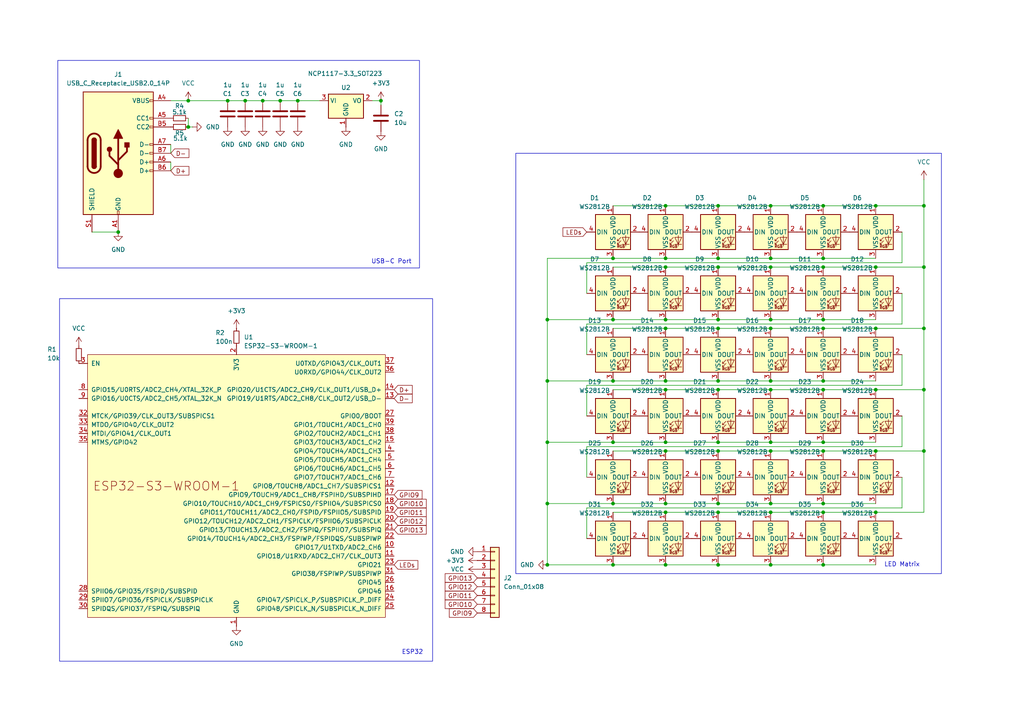
<source format=kicad_sch>
(kicad_sch (version 20241004) (generator "eeschema") (generator_version "8.99")
  (paper "A4")
  (lib_symbols
    (symbol "Connector:USB_C_Receptacle_USB2.0_14P" (pin_names (offset 1.016))
      (property "Reference" "J" (at 0 22.225 0))
      (property "Value" "USB_C_Receptacle_USB2.0_14P" (at 0 19.685 0))
      (symbol "USB_C_Receptacle_USB2.0_14P_0_0"
        (rectangle (start -0.254 -17.78) (end 0.254 -16.764))
        (rectangle (start 10.16 15.494) (end 9.144 14.986))
        (rectangle (start 10.16 10.414) (end 9.144 9.906))
        (rectangle (start 10.16 7.874) (end 9.144 7.366))
        (rectangle (start 10.16 2.794) (end 9.144 2.286))
        (rectangle (start 10.16 0.254) (end 9.144 -0.254))
        (rectangle (start 10.16 -2.286) (end 9.144 -2.794))
        (rectangle (start 10.16 -4.826) (end 9.144 -5.334))
      )
      (symbol "USB_C_Receptacle_USB2.0_14P_0_1"
        (rectangle (start -10.16 17.78) (end 10.16 -17.78) (stroke (width 0.254)) (fill (type background)))
        (polyline (pts (xy -8.89 -3.81) (xy -8.89 3.81)) (stroke (width 0.508)))
        (rectangle (start -7.62 -3.81) (end -6.35 3.81) (stroke (width 0.254)) (fill (type outline)))
        (arc (start -7.62 3.81) (mid -6.985 4.4423) (end -6.35 3.81) (stroke (width 0.254)))
        (arc (start -7.62 3.81) (mid -6.985 4.4423) (end -6.35 3.81) (stroke (width 0.254)) (fill (type outline)))
        (arc (start -8.89 3.81) (mid -6.985 5.7067) (end -5.08 3.81) (stroke (width 0.508)))
        (arc (start -5.08 -3.81) (mid -6.985 -5.7067) (end -8.89 -3.81) (stroke (width 0.508)))
        (arc (start -6.35 -3.81) (mid -6.985 -4.4423) (end -7.62 -3.81) (stroke (width 0.254)))
        (arc (start -6.35 -3.81) (mid -6.985 -4.4423) (end -7.62 -3.81) (stroke (width 0.254)) (fill (type outline)))
        (polyline (pts (xy -5.08 3.81) (xy -5.08 -3.81)) (stroke (width 0.508)))
        (circle (center -2.54 1.143) (radius 0.635) (stroke (width 0.254)) (fill (type outline)))
        (polyline (pts (xy -1.27 4.318) (xy 0 6.858) (xy 1.27 4.318) (xy -1.27 4.318)) (stroke (width 0.254)) (fill (type outline)))
        (polyline (pts (xy 0 -2.032) (xy 2.54 0.508) (xy 2.54 1.778)) (stroke (width 0.508)))
        (polyline (pts (xy 0 -3.302) (xy -2.54 -0.762) (xy -2.54 0.508)) (stroke (width 0.508)))
        (polyline (pts (xy 0 -5.842) (xy 0 4.318)) (stroke (width 0.508)))
        (circle (center 0 -5.842) (radius 1.27) (fill (type outline)))
        (rectangle (start 1.905 1.778) (end 3.175 3.048) (stroke (width 0.254)) (fill (type outline)))
      )
      (symbol "USB_C_Receptacle_USB2.0_14P_1_1"
        (pin passive line (at -7.62 -22.86 90) (length 5.08) (name "SHIELD") (number "S1"))
        (pin passive line (at 0 -22.86 90) (length 5.08) (name "GND") (number "A1"))
        (pin passive line (at 0 -22.86 90) (length 5.08) (hide yes) (name "GND") (number "A12"))
        (pin passive line (at 0 -22.86 90) (length 5.08) (hide yes) (name "GND") (number "B1"))
        (pin passive line (at 0 -22.86 90) (length 5.08) (hide yes) (name "GND") (number "B12"))
        (pin passive line (at 15.24 15.24 180) (length 5.08) (name "VBUS") (number "A4"))
        (pin passive line (at 15.24 15.24 180) (length 5.08) (hide yes) (name "VBUS") (number "A9"))
        (pin passive line (at 15.24 15.24 180) (length 5.08) (hide yes) (name "VBUS") (number "B4"))
        (pin passive line (at 15.24 15.24 180) (length 5.08) (hide yes) (name "VBUS") (number "B9"))
        (pin bidirectional line (at 15.24 10.16 180) (length 5.08) (name "CC1") (number "A5"))
        (pin bidirectional line (at 15.24 7.62 180) (length 5.08) (name "CC2") (number "B5"))
        (pin bidirectional line (at 15.24 2.54 180) (length 5.08) (name "D-") (number "A7"))
        (pin bidirectional line (at 15.24 0 180) (length 5.08) (name "D-") (number "B7"))
        (pin bidirectional line (at 15.24 -2.54 180) (length 5.08) (name "D+") (number "A6"))
        (pin bidirectional line (at 15.24 -5.08 180) (length 5.08) (name "D+") (number "B6"))
      )
    )
    (symbol "Connector_Generic:Conn_01x08" (pin_names (offset 1.016) (hide yes))
      (property "Reference" "J" (at 0 10.16 0))
      (property "Value" "Conn_01x08" (at 0 -12.7 0))
      (symbol "Conn_01x08_1_1"
        (rectangle (start -1.27 8.89) (end 1.27 -11.43) (stroke (width 0.254)) (fill (type background)))
        (rectangle (start -1.27 7.747) (end 0 7.493) (stroke (width 0.1524)))
        (rectangle (start -1.27 5.207) (end 0 4.953) (stroke (width 0.1524)))
        (rectangle (start -1.27 2.667) (end 0 2.413) (stroke (width 0.1524)))
        (rectangle (start -1.27 0.127) (end 0 -0.127) (stroke (width 0.1524)))
        (rectangle (start -1.27 -2.413) (end 0 -2.667) (stroke (width 0.1524)))
        (rectangle (start -1.27 -4.953) (end 0 -5.207) (stroke (width 0.1524)))
        (rectangle (start -1.27 -7.493) (end 0 -7.747) (stroke (width 0.1524)))
        (rectangle (start -1.27 -10.033) (end 0 -10.287) (stroke (width 0.1524)))
        (pin passive line (at -5.08 7.62 0) (length 3.81) (name "Pin_1") (number "1"))
        (pin passive line (at -5.08 5.08 0) (length 3.81) (name "Pin_2") (number "2"))
        (pin passive line (at -5.08 2.54 0) (length 3.81) (name "Pin_3") (number "3"))
        (pin passive line (at -5.08 0 0) (length 3.81) (name "Pin_4") (number "4"))
        (pin passive line (at -5.08 -2.54 0) (length 3.81) (name "Pin_5") (number "5"))
        (pin passive line (at -5.08 -5.08 0) (length 3.81) (name "Pin_6") (number "6"))
        (pin passive line (at -5.08 -7.62 0) (length 3.81) (name "Pin_7") (number "7"))
        (pin passive line (at -5.08 -10.16 0) (length 3.81) (name "Pin_8") (number "8"))
      )
    )
    (symbol "Device:C" (pin_numbers (hide yes)) (pin_names (offset 0.254))
      (property "Reference" "C" (at 0.635 2.54 0))
      (property "Value" "C" (at 0.635 -2.54 0))
      (symbol "C_0_1"
        (polyline (pts (xy -2.032 0.762) (xy 2.032 0.762)) (stroke (width 0.508)))
        (polyline (pts (xy -2.032 -0.762) (xy 2.032 -0.762)) (stroke (width 0.508)))
      )
      (symbol "C_1_1"
        (pin passive line (at 0 3.81 270) (length 2.794) (name "~") (number "1"))
        (pin passive line (at 0 -3.81 90) (length 2.794) (name "~") (number "2"))
      )
    )
    (symbol "Device:R_Small" (pin_numbers (hide yes)) (pin_names (offset 0.254) (hide yes))
      (property "Reference" "R" (at 0.762 0.508 0))
      (property "Value" "R_Small" (at 0.762 -1.016 0))
      (symbol "R_Small_0_1"
        (rectangle (start -0.762 1.778) (end 0.762 -1.778) (stroke (width 0.2032)))
      )
      (symbol "R_Small_1_1"
        (pin passive line (at 0 2.54 270) (length 0.762) (name "~") (number "1"))
        (pin passive line (at 0 -2.54 90) (length 0.762) (name "~") (number "2"))
      )
    )
    (symbol "LED:WS2812B" (pin_names (offset 0.254))
      (property "Reference" "D" (at 5.08 5.715 0))
      (property "Value" "WS2812B" (at 1.27 -5.715 0))
      (symbol "WS2812B_0_0"
        (text "RGB" (at 2.286 -4.191 0) (effects (font (size 0.762 0.762))))
      )
      (symbol "WS2812B_0_1"
        (polyline (pts (xy 1.27 -2.54) (xy 1.778 -2.54)))
        (polyline (pts (xy 1.27 -3.556) (xy 1.778 -3.556)))
        (polyline (pts (xy 2.286 -1.524) (xy 1.27 -2.54) (xy 1.27 -2.032)))
        (polyline (pts (xy 2.286 -2.54) (xy 1.27 -3.556) (xy 1.27 -3.048)))
        (polyline (pts (xy 3.683 -1.016) (xy 3.683 -3.556) (xy 3.683 -4.064)))
        (polyline (pts (xy 4.699 -1.524) (xy 2.667 -1.524) (xy 3.683 -3.556) (xy 4.699 -1.524)))
        (polyline (pts (xy 4.699 -3.556) (xy 2.667 -3.556)))
        (rectangle (start 5.08 5.08) (end -5.08 -5.08) (stroke (width 0.254)) (fill (type background)))
      )
      (symbol "WS2812B_1_1"
        (pin input line (at -7.62 0 0) (length 2.54) (name "DIN") (number "4"))
        (pin power_in line (at 0 7.62 270) (length 2.54) (name "VDD") (number "1"))
        (pin power_in line (at 0 -7.62 90) (length 2.54) (name "VSS") (number "3"))
        (pin output line (at 7.62 0 180) (length 2.54) (name "DOUT") (number "2"))
      )
    )
    (symbol "PCM_Espressif:ESP32-S3-WROOM-1" (pin_names (offset 1.016))
      (property "Reference" "U" (at -43.18 43.18 0))
      (property "Value" "ESP32-S3-WROOM-1" (at -43.18 40.64 0))
      (symbol "ESP32-S3-WROOM-1_0_0"
        (text "ESP32-S3-WROOM-1" (at -20.32 0 0) (effects (font (size 2.54 2.54))))
        (pin input line (at -45.72 35.56 0) (length 2.54) (name "EN") (number "3"))
        (pin bidirectional line (at -45.72 27.94 0) (length 2.54) (name "GPIO15/U0RTS/ADC2_CH4/XTAL_32K_P") (number "8"))
        (pin bidirectional line (at -45.72 25.4 0) (length 2.54) (name "GPIO16/U0CTS/ADC2_CH5/XTAL_32K_N") (number "9"))
        (pin bidirectional line (at -45.72 20.32 0) (length 2.54) (name "MTCK/GPIO39/CLK_OUT3/SUBSPICS1") (number "32"))
        (pin bidirectional line (at -45.72 17.78 0) (length 2.54) (name "MTDO/GPIO40/CLK_OUT2") (number "33"))
        (pin bidirectional line (at -45.72 15.24 0) (length 2.54) (name "MTDI/GPIO41/CLK_OUT1") (number "34"))
        (pin bidirectional line (at -45.72 12.7 0) (length 2.54) (name "MTMS/GPIO42") (number "35"))
        (pin bidirectional line (at -45.72 -30.48 0) (length 2.54) (name "SPIIO6/GPIO35/FSPID/SUBSPID") (number "28"))
        (pin bidirectional line (at -45.72 -33.02 0) (length 2.54) (name "SPIIO7/GPIO36/FSPICLK/SUBSPICLK") (number "29"))
        (pin bidirectional line (at -45.72 -35.56 0) (length 2.54) (name "SPIDQS/GPIO37/FSPIQ/SUBSPIQ") (number "30"))
        (pin power_in line (at 0 40.64 270) (length 2.54) (name "3V3") (number "2"))
        (pin power_in line (at 0 -40.64 90) (length 2.54) (name "GND") (number "1"))
        (pin passive line (at 0 -40.64 90) (length 2.54) (hide yes) (name "GND") (number "40"))
        (pin passive line (at 0 -40.64 90) (length 2.54) (hide yes) (name "GND") (number "41"))
        (pin bidirectional line (at 45.72 35.56 180) (length 2.54) (name "U0TXD/GPIO43/CLK_OUT1") (number "37"))
        (pin bidirectional line (at 45.72 33.02 180) (length 2.54) (name "U0RXD/GPIO44/CLK_OUT2") (number "36"))
        (pin bidirectional line (at 45.72 27.94 180) (length 2.54) (name "GPIO20/U1CTS/ADC2_CH9/CLK_OUT1/USB_D+") (number "14"))
        (pin bidirectional line (at 45.72 25.4 180) (length 2.54) (name "GPIO19/U1RTS/ADC2_CH8/CLK_OUT2/USB_D-") (number "13"))
        (pin bidirectional line (at 45.72 20.32 180) (length 2.54) (name "GPIO0/BOOT") (number "27"))
        (pin bidirectional line (at 45.72 17.78 180) (length 2.54) (name "GPIO1/TOUCH1/ADC1_CH0") (number "39"))
        (pin bidirectional line (at 45.72 15.24 180) (length 2.54) (name "GPIO2/TOUCH2/ADC1_CH1") (number "38"))
        (pin bidirectional line (at 45.72 12.7 180) (length 2.54) (name "GPIO3/TOUCH3/ADC1_CH2") (number "15"))
        (pin bidirectional line (at 45.72 10.16 180) (length 2.54) (name "GPIO4/TOUCH4/ADC1_CH3") (number "4"))
        (pin bidirectional line (at 45.72 7.62 180) (length 2.54) (name "GPIO5/TOUCH5/ADC1_CH4") (number "5"))
        (pin bidirectional line (at 45.72 5.08 180) (length 2.54) (name "GPIO6/TOUCH6/ADC1_CH5") (number "6"))
        (pin bidirectional line (at 45.72 2.54 180) (length 2.54) (name "GPIO7/TOUCH7/ADC1_CH6") (number "7"))
        (pin bidirectional line (at 45.72 0 180) (length 2.54) (name "GPIO8/TOUCH8/ADC1_CH7/SUBSPICS1") (number "12"))
        (pin bidirectional line (at 45.72 -2.54 180) (length 2.54) (name "GPIO9/TOUCH9/ADC1_CH8/FSPIHD/SUBSPIHD") (number "17"))
        (pin bidirectional line (at 45.72 -5.08 180) (length 2.54) (name "GPIO10/TOUCH10/ADC1_CH9/FSPICS0/FSPIIO4/SUBSPICS0") (number "18"))
        (pin bidirectional line (at 45.72 -7.62 180) (length 2.54) (name "GPIO11/TOUCH11/ADC2_CH0/FSPID/FSPIIO5/SUBSPID") (number "19"))
        (pin bidirectional line (at 45.72 -10.16 180) (length 2.54) (name "GPIO12/TOUCH12/ADC2_CH1/FSPICLK/FSPIIO6/SUBSPICLK") (number "20"))
        (pin bidirectional line (at 45.72 -12.7 180) (length 2.54) (name "GPIO13/TOUCH13/ADC2_CH2/FSPIQ/FSPIIO7/SUBSPIQ") (number "21"))
        (pin bidirectional line (at 45.72 -15.24 180) (length 2.54) (name "GPIO14/TOUCH14/ADC2_CH3/FSPIWP/FSPIDQS/SUBSPIWP") (number "22"))
        (pin bidirectional line (at 45.72 -17.78 180) (length 2.54) (name "GPIO17/U1TXD/ADC2_CH6") (number "10"))
        (pin bidirectional line (at 45.72 -20.32 180) (length 2.54) (name "GPIO18/U1RXD/ADC2_CH7/CLK_OUT3") (number "11"))
        (pin bidirectional line (at 45.72 -22.86 180) (length 2.54) (name "GPIO21") (number "23"))
        (pin bidirectional line (at 45.72 -25.4 180) (length 2.54) (name "GPIO38/FSPIWP/SUBSPIWP") (number "31"))
        (pin bidirectional line (at 45.72 -27.94 180) (length 2.54) (name "GPIO45") (number "26"))
        (pin bidirectional line (at 45.72 -30.48 180) (length 2.54) (name "GPIO46") (number "16"))
        (pin bidirectional line (at 45.72 -33.02 180) (length 2.54) (name "GPIO47/SPICLK_P/SUBSPICLK_P_DIFF") (number "24"))
        (pin bidirectional line (at 45.72 -35.56 180) (length 2.54) (name "GPIO48/SPICLK_N/SUBSPICLK_N_DIFF") (number "25"))
      )
      (symbol "ESP32-S3-WROOM-1_0_1"
        (rectangle (start -43.18 38.1) (end 43.18 -38.1) (fill (type background)))
      )
    )
    (symbol "Regulator_Linear:NCP1117-3.3_SOT223"
      (property "Reference" "U" (at -3.81 3.175 0))
      (property "Value" "NCP1117-3.3_SOT223" (at 0 3.175 0))
      (symbol "NCP1117-3.3_SOT223_0_1"
        (rectangle (start -5.08 -5.08) (end 5.08 1.905) (stroke (width 0.254)) (fill (type background)))
      )
      (symbol "NCP1117-3.3_SOT223_1_1"
        (pin power_in line (at -7.62 0 0) (length 2.54) (name "VI") (number "3"))
        (pin power_in line (at 0 -7.62 90) (length 2.54) (name "GND") (number "1"))
        (pin power_out line (at 7.62 0 180) (length 2.54) (name "VO") (number "2"))
      )
    )
    (symbol "power:+3V3" (power) (pin_numbers (hide yes)) (pin_names (offset 0) (hide yes))
      (property "Value" "+3V3" (at 0 3.556 0))
      (symbol "+3V3_0_1"
        (polyline (pts (xy -0.762 1.27) (xy 0 2.54)))
        (polyline (pts (xy 0 2.54) (xy 0.762 1.27)))
        (polyline (pts (xy 0 0) (xy 0 2.54)))
      )
      (symbol "+3V3_1_1"
        (pin power_in line (at 0 0 90) (length 0) (name "~") (number "1"))
      )
    )
    (symbol "power:GND" (power) (pin_numbers (hide yes)) (pin_names (offset 0) (hide yes))
      (property "Value" "GND" (at 0 -3.81 0))
      (symbol "GND_0_1"
        (polyline (pts (xy 0 0) (xy 0 -1.27) (xy 1.27 -1.27) (xy 0 -2.54) (xy -1.27 -1.27) (xy 0 -1.27)))
      )
      (symbol "GND_1_1"
        (pin power_in line (at 0 0 270) (length 0) (name "~") (number "1"))
      )
    )
    (symbol "power:VCC" (power) (pin_numbers (hide yes)) (pin_names (offset 0) (hide yes))
      (property "Value" "VCC" (at 0 3.556 0))
      (symbol "VCC_0_1"
        (polyline (pts (xy -0.762 1.27) (xy 0 2.54)))
        (polyline (pts (xy 0 2.54) (xy 0.762 1.27)))
        (polyline (pts (xy 0 0) (xy 0 2.54)))
      )
      (symbol "VCC_1_1"
        (pin power_in line (at 0 0 90) (length 0) (name "~") (number "1"))
      )
    )
  )
  (rectangle (start 149.606 44.45) (end 273.05 166.37))
  (rectangle (start 17.272 86.614) (end 125.476 191.77))
  (rectangle (start 16.764 17.526) (end 121.666 77.724))
  (text "USB-C Port" (at 113.538 75.946 0) (effects (font (size 1.27 1.27))))
  (text "LED Matrix" (at 261.62 163.83 0) (effects (font (size 1.27 1.27))))
  (text "ESP32" (at 119.634 189.23 0) (effects (font (size 1.27 1.27))))
  (junction (at 223.52 59.69))
  (junction (at 193.04 128.27))
  (junction (at 208.28 74.93))
  (junction (at 193.04 163.83))
  (junction (at 110.49 29.21))
  (junction (at 193.04 74.93))
  (junction (at 208.28 146.05))
  (junction (at 71.12 29.21))
  (junction (at 238.76 128.27))
  (junction (at 81.28 29.21))
  (junction (at 193.04 148.59))
  (junction (at 158.75 146.05))
  (junction (at 193.04 92.71))
  (junction (at 238.76 146.05))
  (junction (at 267.97 77.47))
  (junction (at 193.04 113.03))
  (junction (at 86.36 29.21))
  (junction (at 76.2 29.21))
  (junction (at 208.28 95.25))
  (junction (at 223.52 130.81))
  (junction (at 267.97 95.25))
  (junction (at 254 77.47))
  (junction (at 223.52 110.49))
  (junction (at 208.28 59.69))
  (junction (at 208.28 110.49))
  (junction (at 238.76 148.59))
  (junction (at 223.52 128.27))
  (junction (at 254 59.69))
  (junction (at 193.04 59.69))
  (junction (at 223.52 74.93))
  (junction (at 223.52 148.59))
  (junction (at 193.04 130.81))
  (junction (at 254 113.03))
  (junction (at 223.52 113.03))
  (junction (at 193.04 110.49))
  (junction (at 238.76 74.93))
  (junction (at 193.04 95.25))
  (junction (at 208.28 113.03))
  (junction (at 223.52 92.71))
  (junction (at 177.8 146.05))
  (junction (at 177.8 110.49))
  (junction (at 208.28 92.71))
  (junction (at 254 130.81))
  (junction (at 177.8 92.71))
  (junction (at 54.61 29.21))
  (junction (at 238.76 95.25))
  (junction (at 193.04 146.05))
  (junction (at 34.29 67.31))
  (junction (at 267.97 59.69))
  (junction (at 238.76 77.47))
  (junction (at 208.28 163.83))
  (junction (at 193.04 77.47))
  (junction (at 158.75 128.27))
  (junction (at 177.8 128.27))
  (junction (at 54.61 36.83))
  (junction (at 208.28 130.81))
  (junction (at 158.75 92.71))
  (junction (at 267.97 113.03))
  (junction (at 208.28 148.59))
  (junction (at 223.52 95.25))
  (junction (at 238.76 92.71))
  (junction (at 254 148.59))
  (junction (at 208.28 77.47))
  (junction (at 238.76 113.03))
  (junction (at 208.28 128.27))
  (junction (at 66.04 29.21))
  (junction (at 177.8 163.83))
  (junction (at 158.75 163.83))
  (junction (at 238.76 59.69))
  (junction (at 238.76 163.83))
  (junction (at 223.52 77.47))
  (junction (at 223.52 146.05))
  (junction (at 223.52 163.83))
  (junction (at 238.76 110.49))
  (junction (at 267.97 130.81))
  (junction (at 177.8 74.93))
  (junction (at 158.75 110.49))
  (junction (at 238.76 130.81))
  (junction (at 254 95.25))
  (wire (pts (xy 238.76 95.25) (xy 254 95.25)))
  (wire (pts (xy 254 92.71) (xy 238.76 92.71)))
  (wire (pts (xy 261.62 147.32) (xy 170.18 147.32)))
  (wire (pts (xy 49.53 29.21) (xy 54.61 29.21)))
  (wire (pts (xy 238.76 110.49) (xy 223.52 110.49)))
  (wire (pts (xy 193.04 148.59) (xy 208.28 148.59)))
  (wire (pts (xy 267.97 148.59) (xy 267.97 130.81)))
  (wire (pts (xy 177.8 110.49) (xy 158.75 110.49)))
  (wire (pts (xy 238.76 77.47) (xy 254 77.47)))
  (wire (pts (xy 261.62 76.2) (xy 170.18 76.2)))
  (wire (pts (xy 170.18 147.32) (xy 170.18 156.21)))
  (wire (pts (xy 261.62 138.43) (xy 261.62 147.32)))
  (wire (pts (xy 54.61 36.83) (xy 55.88 36.83)))
  (wire (pts (xy 86.36 29.21) (xy 92.71 29.21)))
  (wire (pts (xy 208.28 130.81) (xy 223.52 130.81)))
  (wire (pts (xy 267.97 59.69) (xy 267.97 52.07)))
  (wire (pts (xy 208.28 110.49) (xy 193.04 110.49)))
  (wire (pts (xy 238.76 128.27) (xy 223.52 128.27)))
  (wire (pts (xy 193.04 74.93) (xy 177.8 74.93)))
  (wire (pts (xy 254 130.81) (xy 267.97 130.81)))
  (wire (pts (xy 223.52 110.49) (xy 208.28 110.49)))
  (wire (pts (xy 238.76 148.59) (xy 254 148.59)))
  (wire (pts (xy 238.76 74.93) (xy 223.52 74.93)))
  (wire (pts (xy 254 95.25) (xy 267.97 95.25)))
  (wire (pts (xy 261.62 111.76) (xy 170.18 111.76)))
  (wire (pts (xy 238.76 163.83) (xy 254 163.83)))
  (wire (pts (xy 49.53 41.91) (xy 49.53 44.45)))
  (wire (pts (xy 208.28 59.69) (xy 223.52 59.69)))
  (wire (pts (xy 208.28 163.83) (xy 223.52 163.83)))
  (wire (pts (xy 208.28 92.71) (xy 193.04 92.71)))
  (wire (pts (xy 193.04 163.83) (xy 208.28 163.83)))
  (wire (pts (xy 261.62 129.54) (xy 170.18 129.54)))
  (wire (pts (xy 158.75 92.71) (xy 158.75 110.49)))
  (wire (pts (xy 177.8 163.83) (xy 193.04 163.83)))
  (wire (pts (xy 110.49 29.21) (xy 110.49 30.48)))
  (wire (pts (xy 193.04 110.49) (xy 177.8 110.49)))
  (wire (pts (xy 208.28 77.47) (xy 223.52 77.47)))
  (wire (pts (xy 208.28 146.05) (xy 193.04 146.05)))
  (wire (pts (xy 177.8 128.27) (xy 158.75 128.27)))
  (wire (pts (xy 223.52 113.03) (xy 238.76 113.03)))
  (wire (pts (xy 254 128.27) (xy 238.76 128.27)))
  (wire (pts (xy 158.75 74.93) (xy 158.75 92.71)))
  (wire (pts (xy 254 110.49) (xy 238.76 110.49)))
  (wire (pts (xy 254 59.69) (xy 267.97 59.69)))
  (wire (pts (xy 223.52 148.59) (xy 238.76 148.59)))
  (wire (pts (xy 177.8 77.47) (xy 193.04 77.47)))
  (wire (pts (xy 158.75 146.05) (xy 158.75 163.83)))
  (wire (pts (xy 193.04 146.05) (xy 177.8 146.05)))
  (wire (pts (xy 261.62 93.98) (xy 170.18 93.98)))
  (wire (pts (xy 254 148.59) (xy 267.97 148.59)))
  (wire (pts (xy 158.75 110.49) (xy 158.75 128.27)))
  (wire (pts (xy 261.62 120.65) (xy 261.62 129.54)))
  (wire (pts (xy 238.76 59.69) (xy 254 59.69)))
  (wire (pts (xy 193.04 59.69) (xy 208.28 59.69)))
  (wire (pts (xy 177.8 92.71) (xy 158.75 92.71)))
  (wire (pts (xy 261.62 67.31) (xy 261.62 76.2)))
  (wire (pts (xy 193.04 77.47) (xy 208.28 77.47)))
  (wire (pts (xy 238.76 146.05) (xy 223.52 146.05)))
  (wire (pts (xy 238.76 113.03) (xy 254 113.03)))
  (wire (pts (xy 71.12 29.21) (xy 76.2 29.21)))
  (wire (pts (xy 170.18 129.54) (xy 170.18 138.43)))
  (wire (pts (xy 158.75 128.27) (xy 158.75 146.05)))
  (wire (pts (xy 223.52 128.27) (xy 208.28 128.27)))
  (wire (pts (xy 177.8 148.59) (xy 193.04 148.59)))
  (wire (pts (xy 238.76 130.81) (xy 254 130.81)))
  (wire (pts (xy 261.62 102.87) (xy 261.62 111.76)))
  (wire (pts (xy 170.18 111.76) (xy 170.18 120.65)))
  (wire (pts (xy 177.8 130.81) (xy 193.04 130.81)))
  (wire (pts (xy 177.8 74.93) (xy 158.75 74.93)))
  (wire (pts (xy 238.76 92.71) (xy 223.52 92.71)))
  (wire (pts (xy 208.28 95.25) (xy 223.52 95.25)))
  (wire (pts (xy 254 77.47) (xy 267.97 77.47)))
  (wire (pts (xy 193.04 95.25) (xy 208.28 95.25)))
  (wire (pts (xy 193.04 130.81) (xy 208.28 130.81)))
  (wire (pts (xy 177.8 95.25) (xy 193.04 95.25)))
  (wire (pts (xy 223.52 59.69) (xy 238.76 59.69)))
  (wire (pts (xy 261.62 85.09) (xy 261.62 93.98)))
  (wire (pts (xy 223.52 146.05) (xy 208.28 146.05)))
  (wire (pts (xy 193.04 92.71) (xy 177.8 92.71)))
  (wire (pts (xy 223.52 130.81) (xy 238.76 130.81)))
  (wire (pts (xy 254 113.03) (xy 267.97 113.03)))
  (wire (pts (xy 208.28 128.27) (xy 193.04 128.27)))
  (wire (pts (xy 193.04 113.03) (xy 208.28 113.03)))
  (wire (pts (xy 66.04 29.21) (xy 71.12 29.21)))
  (wire (pts (xy 267.97 77.47) (xy 267.97 59.69)))
  (wire (pts (xy 208.28 74.93) (xy 193.04 74.93)))
  (wire (pts (xy 193.04 128.27) (xy 177.8 128.27)))
  (wire (pts (xy 223.52 92.71) (xy 208.28 92.71)))
  (wire (pts (xy 223.52 77.47) (xy 238.76 77.47)))
  (wire (pts (xy 170.18 76.2) (xy 170.18 85.09)))
  (wire (pts (xy 170.18 93.98) (xy 170.18 102.87)))
  (wire (pts (xy 158.75 163.83) (xy 177.8 163.83)))
  (wire (pts (xy 208.28 113.03) (xy 223.52 113.03)))
  (wire (pts (xy 107.95 29.21) (xy 110.49 29.21)))
  (wire (pts (xy 76.2 29.21) (xy 81.28 29.21)))
  (wire (pts (xy 267.97 95.25) (xy 267.97 77.47)))
  (wire (pts (xy 254 146.05) (xy 238.76 146.05)))
  (wire (pts (xy 54.61 29.21) (xy 66.04 29.21)))
  (wire (pts (xy 177.8 59.69) (xy 193.04 59.69)))
  (wire (pts (xy 223.52 163.83) (xy 238.76 163.83)))
  (wire (pts (xy 208.28 148.59) (xy 223.52 148.59)))
  (wire (pts (xy 177.8 146.05) (xy 158.75 146.05)))
  (wire (pts (xy 254 74.93) (xy 238.76 74.93)))
  (wire (pts (xy 177.8 113.03) (xy 193.04 113.03)))
  (wire (pts (xy 81.28 29.21) (xy 86.36 29.21)))
  (wire (pts (xy 223.52 95.25) (xy 238.76 95.25)))
  (wire (pts (xy 26.67 67.31) (xy 34.29 67.31)))
  (wire (pts (xy 49.53 46.99) (xy 49.53 49.53)))
  (wire (pts (xy 54.61 34.29) (xy 54.61 36.83)))
  (wire (pts (xy 267.97 130.81) (xy 267.97 113.03)))
  (wire (pts (xy 223.52 74.93) (xy 208.28 74.93)))
  (wire (pts (xy 267.97 113.03) (xy 267.97 95.25)))
  (global_label "GPIO13" (shape input) (at 114.3 153.67 0) (property "Intersheetrefs" "${INTERSHEET_REFS}" (effects (hide yes))))
  (global_label "GPIO13" (shape input) (at 138.43 167.64 180) (property "Intersheetrefs" "${INTERSHEET_REFS}" (effects (hide yes))))
  (global_label "LEDs" (shape input) (at 114.3 163.83 0) (property "Intersheetrefs" "${INTERSHEET_REFS}" (effects (hide yes))))
  (global_label "GPIO12" (shape input) (at 114.3 151.13 0) (property "Intersheetrefs" "${INTERSHEET_REFS}" (effects (hide yes))))
  (global_label "GPIO11" (shape input) (at 138.43 172.72 180) (property "Intersheetrefs" "${INTERSHEET_REFS}" (effects (hide yes))))
  (global_label "GPIO9" (shape input) (at 114.3 143.51 0) (property "Intersheetrefs" "${INTERSHEET_REFS}" (effects (hide yes))))
  (global_label "GPIO10" (shape input) (at 138.43 175.26 180) (property "Intersheetrefs" "${INTERSHEET_REFS}" (effects (hide yes))))
  (global_label "D-" (shape input) (at 49.53 44.45 0) (property "Intersheetrefs" "${INTERSHEET_REFS}" (effects (hide yes))))
  (global_label "D+" (shape input) (at 114.3 113.03 0) (property "Intersheetrefs" "${INTERSHEET_REFS}" (effects (hide yes))))
  (global_label "GPIO11" (shape input) (at 114.3 148.59 0) (property "Intersheetrefs" "${INTERSHEET_REFS}" (effects (hide yes))))
  (global_label "GPIO10" (shape input) (at 114.3 146.05 0) (property "Intersheetrefs" "${INTERSHEET_REFS}" (effects (hide yes))))
  (global_label "GPIO9" (shape input) (at 138.43 177.8 180) (property "Intersheetrefs" "${INTERSHEET_REFS}" (effects (hide yes))))
  (global_label "D-" (shape input) (at 114.3 115.57 0) (property "Intersheetrefs" "${INTERSHEET_REFS}" (effects (hide yes))))
  (global_label "LEDs" (shape input) (at 170.18 67.31 180) (property "Intersheetrefs" "${INTERSHEET_REFS}" (effects (hide yes))))
  (global_label "GPIO12" (shape input) (at 138.43 170.18 180) (property "Intersheetrefs" "${INTERSHEET_REFS}" (effects (hide yes))))
  (global_label "D+" (shape input) (at 49.53 49.53 0) (property "Intersheetrefs" "${INTERSHEET_REFS}" (effects (hide yes))))
  (symbol (lib_id "Connector:USB_C_Receptacle_USB2.0_14P") (at 34.29 44.45 0) (unit 1)
    (property "Reference" "J1" (at 34.29 21.59 0))
    (property "Value" "USB_C_Receptacle_USB2.0_14P" (at 34.29 24.13 0))
    (property "Footprint" "Connector_USB:USB_C_Receptacle_GCT_USB4105-xx-A_16P_TopMnt_Horizontal" (effects (hide yes)))
    (property "Datasheet" "https://www.usb.org/sites/default/files/documents/usb_type-c.zip" (effects (hide yes)))
    (property "Description" "USB 2.0-only 14P Type-C Receptacle connector" (effects (hide yes)))
  )
  (symbol (lib_id "power:VCC") (at 54.61 29.21 0) (unit 1)
    (property "Reference" "#PWR01" (effects (hide yes)))
    (property "Value" "VCC" (at 54.61 24.13 0))
    (property "Description" "Power symbol creates a global label with name \"VCC\"" (effects (hide yes)))
  )
  (symbol (lib_id "Device:C") (at 71.12 33.02 180) (unit 1)
    (property "Reference" "C3" (at 72.39 27.178 0) (effects (justify left)))
    (property "Value" "1u" (at 72.39 24.638 0) (effects (justify left)))
    (property "Footprint" "Capacitor_SMD:C_0402_1005Metric" (effects (hide yes)))
    (property "Description" "Unpolarized capacitor" (effects (hide yes)))
  )
  (symbol (lib_id "LED:WS2812B") (at 238.76 67.31 0) (unit 1)
    (property "Reference" "D5" (at 233.426 57.404 0))
    (property "Value" "WS2812B" (at 233.426 59.944 0))
    (property "Footprint" "LED_SMD:LED_WS2812B_PLCC4_5.0x5.0mm_P3.2mm" (effects (hide yes)))
    (property "Datasheet" "https://cdn-shop.adafruit.com/datasheets/WS2812B.pdf" (effects (hide yes)))
    (property "Description" "RGB LED with integrated controller" (effects (hide yes)))
  )
  (symbol (lib_id "LED:WS2812B") (at 177.8 138.43 0) (unit 1)
    (property "Reference" "D25" (at 172.466 128.524 0))
    (property "Value" "WS2812B" (at 172.466 131.064 0))
    (property "Footprint" "LED_SMD:LED_WS2812B_PLCC4_5.0x5.0mm_P3.2mm" (effects (hide yes)))
    (property "Datasheet" "https://cdn-shop.adafruit.com/datasheets/WS2812B.pdf" (effects (hide yes)))
    (property "Description" "RGB LED with integrated controller" (effects (hide yes)))
  )
  (symbol (lib_id "power:VCC") (at 138.43 165.1 90) (unit 1)
    (property "Reference" "#PWR014" (effects (hide yes)))
    (property "Value" "VCC" (at 134.62 165.0999 90) (effects (justify left)))
    (property "Description" "Power symbol creates a global label with name \"VCC\"" (effects (hide yes)))
  )
  (symbol (lib_id "power:GND") (at 66.04 36.83 0) (unit 1)
    (property "Reference" "#PWR03" (effects (hide yes)))
    (property "Value" "GND" (at 66.04 41.91 0))
    (property "Description" "Power symbol creates a global label with name \"GND\" , ground" (effects (hide yes)))
  )
  (symbol (lib_id "power:GND") (at 76.2 36.83 0) (unit 1)
    (property "Reference" "#PWR016" (effects (hide yes)))
    (property "Value" "GND" (at 76.2 41.91 0))
    (property "Description" "Power symbol creates a global label with name \"GND\" , ground" (effects (hide yes)))
  )
  (symbol (lib_id "power:GND") (at 86.36 36.83 0) (unit 1)
    (property "Reference" "#PWR018" (effects (hide yes)))
    (property "Value" "GND" (at 86.36 41.91 0))
    (property "Description" "Power symbol creates a global label with name \"GND\" , ground" (effects (hide yes)))
  )
  (symbol (lib_id "LED:WS2812B") (at 254 85.09 0) (unit 1)
    (property "Reference" "D12" (at 248.666 75.184 0))
    (property "Value" "WS2812B" (at 248.666 77.724 0))
    (property "Footprint" "LED_SMD:LED_WS2812B_PLCC4_5.0x5.0mm_P3.2mm" (effects (hide yes)))
    (property "Datasheet" "https://cdn-shop.adafruit.com/datasheets/WS2812B.pdf" (effects (hide yes)))
    (property "Description" "RGB LED with integrated controller" (effects (hide yes)))
  )
  (symbol (lib_id "LED:WS2812B") (at 254 67.31 0) (unit 1)
    (property "Reference" "D6" (at 248.666 57.404 0))
    (property "Value" "WS2812B" (at 248.666 59.944 0))
    (property "Footprint" "LED_SMD:LED_WS2812B_PLCC4_5.0x5.0mm_P3.2mm" (effects (hide yes)))
    (property "Datasheet" "https://cdn-shop.adafruit.com/datasheets/WS2812B.pdf" (effects (hide yes)))
    (property "Description" "RGB LED with integrated controller" (effects (hide yes)))
  )
  (symbol (lib_id "LED:WS2812B") (at 177.8 120.65 0) (unit 1)
    (property "Reference" "D19" (at 172.466 110.744 0))
    (property "Value" "WS2812B" (at 172.466 113.284 0))
    (property "Footprint" "LED_SMD:LED_WS2812B_PLCC4_5.0x5.0mm_P3.2mm" (effects (hide yes)))
    (property "Datasheet" "https://cdn-shop.adafruit.com/datasheets/WS2812B.pdf" (effects (hide yes)))
    (property "Description" "RGB LED with integrated controller" (effects (hide yes)))
  )
  (symbol (lib_id "power:+3V3") (at 68.58 95.25 0) (unit 1)
    (property "Reference" "#PWR07" (effects (hide yes)))
    (property "Value" "+3V3" (at 68.58 90.17 0))
    (property "Description" "Power symbol creates a global label with name \"+3V3\"" (effects (hide yes)))
  )
  (symbol (lib_id "Regulator_Linear:NCP1117-3.3_SOT223") (at 100.33 29.21 0) (unit 1)
    (property "Reference" "U2" (at 100.33 25.4 0))
    (property "Value" "NCP1117-3.3_SOT223" (at 100.076 21.336 0))
    (property "Footprint" "Package_TO_SOT_SMD:SOT-223-3_TabPin2" (effects (hide yes)))
    (property "Datasheet" "http://www.onsemi.com/pub_link/Collateral/NCP1117-D.PDF" (effects (hide yes)))
    (property "Description" "1A Low drop-out regulator, Fixed Output 3.3V, SOT-223" (effects (hide yes)))
  )
  (symbol (lib_id "LED:WS2812B") (at 238.76 156.21 0) (unit 1)
    (property "Reference" "D35" (at 233.426 146.304 0))
    (property "Value" "WS2812B" (at 233.426 148.844 0))
    (property "Footprint" "LED_SMD:LED_WS2812B_PLCC4_5.0x5.0mm_P3.2mm" (effects (hide yes)))
    (property "Datasheet" "https://cdn-shop.adafruit.com/datasheets/WS2812B.pdf" (effects (hide yes)))
    (property "Description" "RGB LED with integrated controller" (effects (hide yes)))
  )
  (symbol (lib_id "Device:R_Small") (at 68.58 97.79 180) (unit 1)
    (property "Reference" "R2" (at 62.484 96.52 0) (effects (justify right)))
    (property "Value" "100n" (at 62.484 99.06 0) (effects (justify right)))
    (property "Footprint" "Resistor_SMD:R_0402_1005Metric" (effects (hide yes)))
    (property "Description" "Resistor, small symbol" (effects (hide yes)))
  )
  (symbol (lib_id "LED:WS2812B") (at 223.52 67.31 0) (unit 1)
    (property "Reference" "D4" (at 218.186 57.404 0))
    (property "Value" "WS2812B" (at 218.186 59.944 0))
    (property "Footprint" "LED_SMD:LED_WS2812B_PLCC4_5.0x5.0mm_P3.2mm" (effects (hide yes)))
    (property "Datasheet" "https://cdn-shop.adafruit.com/datasheets/WS2812B.pdf" (effects (hide yes)))
    (property "Description" "RGB LED with integrated controller" (effects (hide yes)))
  )
  (symbol (lib_id "LED:WS2812B") (at 208.28 85.09 0) (unit 1)
    (property "Reference" "D9" (at 202.946 75.184 0))
    (property "Value" "WS2812B" (at 202.946 77.724 0))
    (property "Footprint" "LED_SMD:LED_WS2812B_PLCC4_5.0x5.0mm_P3.2mm" (effects (hide yes)))
    (property "Datasheet" "https://cdn-shop.adafruit.com/datasheets/WS2812B.pdf" (effects (hide yes)))
    (property "Description" "RGB LED with integrated controller" (effects (hide yes)))
  )
  (symbol (lib_id "power:GND") (at 138.43 160.02 270) (unit 1)
    (property "Reference" "#PWR012" (effects (hide yes)))
    (property "Value" "GND" (at 134.62 160.0199 90) (effects (justify right)))
    (property "Description" "Power symbol creates a global label with name \"GND\" , ground" (effects (hide yes)))
  )
  (symbol (lib_id "power:GND") (at 110.49 38.1 0) (unit 1)
    (property "Reference" "#PWR06" (effects (hide yes)))
    (property "Value" "GND" (at 110.49 43.18 0))
    (property "Description" "Power symbol creates a global label with name \"GND\" , ground" (effects (hide yes)))
  )
  (symbol (lib_id "Connector_Generic:Conn_01x08") (at 143.51 167.64 0) (unit 1)
    (property "Reference" "J2" (at 146.05 167.6399 0) (effects (justify left)))
    (property "Value" "Conn_01x08" (at 146.05 170.1799 0) (effects (justify left)))
    (property "Footprint" "Connector_PinHeader_2.54mm:PinHeader_1x08_P2.54mm_Vertical" (effects (hide yes)))
    (property "Description" "Generic connector, single row, 01x08, script generated (kicad-library-utils/schlib/autogen/connector/)" (effects (hide yes)))
  )
  (symbol (lib_id "LED:WS2812B") (at 193.04 156.21 0) (unit 1)
    (property "Reference" "D32" (at 187.706 146.304 0))
    (property "Value" "WS2812B" (at 187.706 148.844 0))
    (property "Footprint" "LED_SMD:LED_WS2812B_PLCC4_5.0x5.0mm_P3.2mm" (effects (hide yes)))
    (property "Datasheet" "https://cdn-shop.adafruit.com/datasheets/WS2812B.pdf" (effects (hide yes)))
    (property "Description" "RGB LED with integrated controller" (effects (hide yes)))
  )
  (symbol (lib_id "Device:R_Small") (at 52.07 36.83 270) (unit 1)
    (property "Reference" "R5" (at 52.07 38.608 90))
    (property "Value" "5.1k" (at 52.324 40.132 90))
    (property "Footprint" "Resistor_SMD:R_0402_1005Metric" (effects (hide yes)))
    (property "Description" "Resistor, small symbol" (effects (hide yes)))
  )
  (symbol (lib_id "LED:WS2812B") (at 208.28 138.43 0) (unit 1)
    (property "Reference" "D27" (at 202.946 128.524 0))
    (property "Value" "WS2812B" (at 202.946 131.064 0))
    (property "Footprint" "LED_SMD:LED_WS2812B_PLCC4_5.0x5.0mm_P3.2mm" (effects (hide yes)))
    (property "Datasheet" "https://cdn-shop.adafruit.com/datasheets/WS2812B.pdf" (effects (hide yes)))
    (property "Description" "RGB LED with integrated controller" (effects (hide yes)))
  )
  (symbol (lib_id "power:GND") (at 34.29 67.31 0) (unit 1)
    (property "Reference" "#PWR02" (effects (hide yes)))
    (property "Value" "GND" (at 34.29 72.39 0))
    (property "Description" "Power symbol creates a global label with name \"GND\" , ground" (effects (hide yes)))
  )
  (symbol (lib_id "power:VCC") (at 22.86 100.33 0) (unit 1)
    (property "Reference" "#PWR09" (effects (hide yes)))
    (property "Value" "VCC" (at 22.86 95.25 0))
    (property "Description" "Power symbol creates a global label with name \"VCC\"" (effects (hide yes)))
  )
  (symbol (lib_id "LED:WS2812B") (at 223.52 156.21 0) (unit 1)
    (property "Reference" "D34" (at 218.186 146.304 0))
    (property "Value" "WS2812B" (at 218.186 148.844 0))
    (property "Footprint" "LED_SMD:LED_WS2812B_PLCC4_5.0x5.0mm_P3.2mm" (effects (hide yes)))
    (property "Datasheet" "https://cdn-shop.adafruit.com/datasheets/WS2812B.pdf" (effects (hide yes)))
    (property "Description" "RGB LED with integrated controller" (effects (hide yes)))
  )
  (symbol (lib_id "LED:WS2812B") (at 223.52 120.65 0) (unit 1)
    (property "Reference" "D22" (at 218.186 110.744 0))
    (property "Value" "WS2812B" (at 218.186 113.284 0))
    (property "Footprint" "LED_SMD:LED_WS2812B_PLCC4_5.0x5.0mm_P3.2mm" (effects (hide yes)))
    (property "Datasheet" "https://cdn-shop.adafruit.com/datasheets/WS2812B.pdf" (effects (hide yes)))
    (property "Description" "RGB LED with integrated controller" (effects (hide yes)))
  )
  (symbol (lib_id "Device:C") (at 76.2 33.02 180) (unit 1)
    (property "Reference" "C4" (at 77.47 27.178 0) (effects (justify left)))
    (property "Value" "1u" (at 77.47 24.638 0) (effects (justify left)))
    (property "Footprint" "Capacitor_SMD:C_0402_1005Metric" (effects (hide yes)))
    (property "Description" "Unpolarized capacitor" (effects (hide yes)))
  )
  (symbol (lib_id "power:GND") (at 55.88 36.83 90) (unit 1)
    (property "Reference" "#PWR022" (effects (hide yes)))
    (property "Value" "GND" (at 59.69 36.8299 90) (effects (justify right)))
    (property "Description" "Power symbol creates a global label with name \"GND\" , ground" (effects (hide yes)))
  )
  (symbol (lib_id "LED:WS2812B") (at 238.76 138.43 0) (unit 1)
    (property "Reference" "D29" (at 233.426 128.524 0))
    (property "Value" "WS2812B" (at 233.426 131.064 0))
    (property "Footprint" "LED_SMD:LED_WS2812B_PLCC4_5.0x5.0mm_P3.2mm" (effects (hide yes)))
    (property "Datasheet" "https://cdn-shop.adafruit.com/datasheets/WS2812B.pdf" (effects (hide yes)))
    (property "Description" "RGB LED with integrated controller" (effects (hide yes)))
  )
  (symbol (lib_id "power:+3V3") (at 138.43 162.56 90) (unit 1)
    (property "Reference" "#PWR013" (effects (hide yes)))
    (property "Value" "+3V3" (at 134.62 162.5599 90) (effects (justify left)))
    (property "Description" "Power symbol creates a global label with name \"+3V3\"" (effects (hide yes)))
  )
  (symbol (lib_id "LED:WS2812B") (at 177.8 85.09 0) (unit 1)
    (property "Reference" "D7" (at 172.466 75.184 0))
    (property "Value" "WS2812B" (at 172.466 77.724 0))
    (property "Footprint" "LED_SMD:LED_WS2812B_PLCC4_5.0x5.0mm_P3.2mm" (effects (hide yes)))
    (property "Datasheet" "https://cdn-shop.adafruit.com/datasheets/WS2812B.pdf" (effects (hide yes)))
    (property "Description" "RGB LED with integrated controller" (effects (hide yes)))
  )
  (symbol (lib_id "Device:R_Small") (at 22.86 102.87 0) (unit 1)
    (property "Reference" "R1" (at 13.716 101.346 0) (effects (justify left)))
    (property "Value" "10k" (at 13.716 103.886 0) (effects (justify left)))
    (property "Footprint" "Resistor_SMD:R_0402_1005Metric" (effects (hide yes)))
    (property "Description" "Resistor, small symbol" (effects (hide yes)))
  )
  (symbol (lib_id "LED:WS2812B") (at 208.28 156.21 0) (unit 1)
    (property "Reference" "D33" (at 202.946 146.304 0))
    (property "Value" "WS2812B" (at 202.946 148.844 0))
    (property "Footprint" "LED_SMD:LED_WS2812B_PLCC4_5.0x5.0mm_P3.2mm" (effects (hide yes)))
    (property "Datasheet" "https://cdn-shop.adafruit.com/datasheets/WS2812B.pdf" (effects (hide yes)))
    (property "Description" "RGB LED with integrated controller" (effects (hide yes)))
  )
  (symbol (lib_id "power:+3V3") (at 110.49 29.21 0) (unit 1)
    (property "Reference" "#PWR05" (effects (hide yes)))
    (property "Value" "+3V3" (at 110.49 24.13 0))
    (property "Description" "Power symbol creates a global label with name \"+3V3\"" (effects (hide yes)))
  )
  (symbol (lib_id "LED:WS2812B") (at 193.04 120.65 0) (unit 1)
    (property "Reference" "D20" (at 187.706 110.744 0))
    (property "Value" "WS2812B" (at 187.706 113.284 0))
    (property "Footprint" "LED_SMD:LED_WS2812B_PLCC4_5.0x5.0mm_P3.2mm" (effects (hide yes)))
    (property "Datasheet" "https://cdn-shop.adafruit.com/datasheets/WS2812B.pdf" (effects (hide yes)))
    (property "Description" "RGB LED with integrated controller" (effects (hide yes)))
  )
  (symbol (lib_id "LED:WS2812B") (at 223.52 138.43 0) (unit 1)
    (property "Reference" "D28" (at 218.186 128.524 0))
    (property "Value" "WS2812B" (at 218.186 131.064 0))
    (property "Footprint" "LED_SMD:LED_WS2812B_PLCC4_5.0x5.0mm_P3.2mm" (effects (hide yes)))
    (property "Datasheet" "https://cdn-shop.adafruit.com/datasheets/WS2812B.pdf" (effects (hide yes)))
    (property "Description" "RGB LED with integrated controller" (effects (hide yes)))
  )
  (symbol (lib_id "LED:WS2812B") (at 177.8 156.21 0) (unit 1)
    (property "Reference" "D31" (at 172.466 146.304 0))
    (property "Value" "WS2812B" (at 172.466 148.844 0))
    (property "Footprint" "LED_SMD:LED_WS2812B_PLCC4_5.0x5.0mm_P3.2mm" (effects (hide yes)))
    (property "Datasheet" "https://cdn-shop.adafruit.com/datasheets/WS2812B.pdf" (effects (hide yes)))
    (property "Description" "RGB LED with integrated controller" (effects (hide yes)))
  )
  (symbol (lib_id "LED:WS2812B") (at 238.76 85.09 0) (unit 1)
    (property "Reference" "D11" (at 233.426 75.184 0))
    (property "Value" "WS2812B" (at 233.426 77.724 0))
    (property "Footprint" "LED_SMD:LED_WS2812B_PLCC4_5.0x5.0mm_P3.2mm" (effects (hide yes)))
    (property "Datasheet" "https://cdn-shop.adafruit.com/datasheets/WS2812B.pdf" (effects (hide yes)))
    (property "Description" "RGB LED with integrated controller" (effects (hide yes)))
  )
  (symbol (lib_id "LED:WS2812B") (at 208.28 120.65 0) (unit 1)
    (property "Reference" "D21" (at 202.946 110.744 0))
    (property "Value" "WS2812B" (at 202.946 113.284 0))
    (property "Footprint" "LED_SMD:LED_WS2812B_PLCC4_5.0x5.0mm_P3.2mm" (effects (hide yes)))
    (property "Datasheet" "https://cdn-shop.adafruit.com/datasheets/WS2812B.pdf" (effects (hide yes)))
    (property "Description" "RGB LED with integrated controller" (effects (hide yes)))
  )
  (symbol (lib_id "Device:C") (at 110.49 34.29 0) (unit 1)
    (property "Reference" "C2" (at 114.3 33.0199 0) (effects (justify left)))
    (property "Value" "10u" (at 114.3 35.5599 0) (effects (justify left)))
    (property "Footprint" "Capacitor_SMD:C_0402_1005Metric" (effects (hide yes)))
    (property "Description" "Unpolarized capacitor" (effects (hide yes)))
  )
  (symbol (lib_id "LED:WS2812B") (at 238.76 102.87 0) (unit 1)
    (property "Reference" "D17" (at 233.426 92.964 0))
    (property "Value" "WS2812B" (at 233.426 95.504 0))
    (property "Footprint" "LED_SMD:LED_WS2812B_PLCC4_5.0x5.0mm_P3.2mm" (effects (hide yes)))
    (property "Datasheet" "https://cdn-shop.adafruit.com/datasheets/WS2812B.pdf" (effects (hide yes)))
    (property "Description" "RGB LED with integrated controller" (effects (hide yes)))
  )
  (symbol (lib_id "power:GND") (at 81.28 36.83 0) (unit 1)
    (property "Reference" "#PWR017" (effects (hide yes)))
    (property "Value" "GND" (at 81.28 41.91 0))
    (property "Description" "Power symbol creates a global label with name \"GND\" , ground" (effects (hide yes)))
  )
  (symbol (lib_id "LED:WS2812B") (at 193.04 85.09 0) (unit 1)
    (property "Reference" "D8" (at 187.706 75.184 0))
    (property "Value" "WS2812B" (at 187.706 77.724 0))
    (property "Footprint" "LED_SMD:LED_WS2812B_PLCC4_5.0x5.0mm_P3.2mm" (effects (hide yes)))
    (property "Datasheet" "https://cdn-shop.adafruit.com/datasheets/WS2812B.pdf" (effects (hide yes)))
    (property "Description" "RGB LED with integrated controller" (effects (hide yes)))
  )
  (symbol (lib_id "Device:R_Small") (at 52.07 34.29 90) (unit 1)
    (property "Reference" "R4" (at 52.07 30.734 90))
    (property "Value" "5.1k" (at 52.07 32.512 90))
    (property "Footprint" "Resistor_SMD:R_0402_1005Metric" (effects (hide yes)))
    (property "Description" "Resistor, small symbol" (effects (hide yes)))
  )
  (symbol (lib_id "power:GND") (at 71.12 36.83 0) (unit 1)
    (property "Reference" "#PWR015" (effects (hide yes)))
    (property "Value" "GND" (at 71.12 41.91 0))
    (property "Description" "Power symbol creates a global label with name \"GND\" , ground" (effects (hide yes)))
  )
  (symbol (lib_id "LED:WS2812B") (at 177.8 102.87 0) (unit 1)
    (property "Reference" "D13" (at 172.466 92.964 0))
    (property "Value" "WS2812B" (at 172.466 95.504 0))
    (property "Footprint" "LED_SMD:LED_WS2812B_PLCC4_5.0x5.0mm_P3.2mm" (effects (hide yes)))
    (property "Datasheet" "https://cdn-shop.adafruit.com/datasheets/WS2812B.pdf" (effects (hide yes)))
    (property "Description" "RGB LED with integrated controller" (effects (hide yes)))
  )
  (symbol (lib_id "Device:C") (at 86.36 33.02 180) (unit 1)
    (property "Reference" "C6" (at 87.63 27.178 0) (effects (justify left)))
    (property "Value" "1u" (at 87.63 24.638 0) (effects (justify left)))
    (property "Footprint" "Capacitor_SMD:C_0402_1005Metric" (effects (hide yes)))
    (property "Description" "Unpolarized capacitor" (effects (hide yes)))
  )
  (symbol (lib_id "LED:WS2812B") (at 193.04 102.87 0) (unit 1)
    (property "Reference" "D14" (at 187.706 92.964 0))
    (property "Value" "WS2812B" (at 187.706 95.504 0))
    (property "Footprint" "LED_SMD:LED_WS2812B_PLCC4_5.0x5.0mm_P3.2mm" (effects (hide yes)))
    (property "Datasheet" "https://cdn-shop.adafruit.com/datasheets/WS2812B.pdf" (effects (hide yes)))
    (property "Description" "RGB LED with integrated controller" (effects (hide yes)))
  )
  (symbol (lib_id "LED:WS2812B") (at 223.52 102.87 0) (unit 1)
    (property "Reference" "D16" (at 218.186 92.964 0))
    (property "Value" "WS2812B" (at 218.186 95.504 0))
    (property "Footprint" "LED_SMD:LED_WS2812B_PLCC4_5.0x5.0mm_P3.2mm" (effects (hide yes)))
    (property "Datasheet" "https://cdn-shop.adafruit.com/datasheets/WS2812B.pdf" (effects (hide yes)))
    (property "Description" "RGB LED with integrated controller" (effects (hide yes)))
  )
  (symbol (lib_id "LED:WS2812B") (at 254 102.87 0) (unit 1)
    (property "Reference" "D18" (at 248.666 92.964 0))
    (property "Value" "WS2812B" (at 248.666 95.504 0))
    (property "Footprint" "LED_SMD:LED_WS2812B_PLCC4_5.0x5.0mm_P3.2mm" (effects (hide yes)))
    (property "Datasheet" "https://cdn-shop.adafruit.com/datasheets/WS2812B.pdf" (effects (hide yes)))
    (property "Description" "RGB LED with integrated controller" (effects (hide yes)))
  )
  (symbol (lib_id "Device:C") (at 66.04 33.02 180) (unit 1)
    (property "Reference" "C1" (at 67.31 27.178 0) (effects (justify left)))
    (property "Value" "1u" (at 67.31 24.638 0) (effects (justify left)))
    (property "Footprint" "Capacitor_SMD:C_0402_1005Metric" (effects (hide yes)))
    (property "Description" "Unpolarized capacitor" (effects (hide yes)))
  )
  (symbol (lib_id "power:GND") (at 68.58 181.61 0) (unit 1)
    (property "Reference" "#PWR08" (effects (hide yes)))
    (property "Value" "GND" (at 68.58 186.69 0))
    (property "Description" "Power symbol creates a global label with name \"GND\" , ground" (effects (hide yes)))
  )
  (symbol (lib_id "LED:WS2812B") (at 223.52 85.09 0) (unit 1)
    (property "Reference" "D10" (at 218.186 75.184 0))
    (property "Value" "WS2812B" (at 218.186 77.724 0))
    (property "Footprint" "LED_SMD:LED_WS2812B_PLCC4_5.0x5.0mm_P3.2mm" (effects (hide yes)))
    (property "Datasheet" "https://cdn-shop.adafruit.com/datasheets/WS2812B.pdf" (effects (hide yes)))
    (property "Description" "RGB LED with integrated controller" (effects (hide yes)))
  )
  (symbol (lib_id "LED:WS2812B") (at 238.76 120.65 0) (unit 1)
    (property "Reference" "D23" (at 233.426 110.744 0))
    (property "Value" "WS2812B" (at 233.426 113.284 0))
    (property "Footprint" "LED_SMD:LED_WS2812B_PLCC4_5.0x5.0mm_P3.2mm" (effects (hide yes)))
    (property "Datasheet" "https://cdn-shop.adafruit.com/datasheets/WS2812B.pdf" (effects (hide yes)))
    (property "Description" "RGB LED with integrated controller" (effects (hide yes)))
  )
  (symbol (lib_id "power:VCC") (at 267.97 52.07 0) (unit 1)
    (property "Reference" "#PWR010" (effects (hide yes)))
    (property "Value" "VCC" (at 267.97 46.99 0))
    (property "Description" "Power symbol creates a global label with name \"VCC\"" (effects (hide yes)))
  )
  (symbol (lib_id "LED:WS2812B") (at 208.28 102.87 0) (unit 1)
    (property "Reference" "D15" (at 202.946 92.964 0))
    (property "Value" "WS2812B" (at 202.946 95.504 0))
    (property "Footprint" "LED_SMD:LED_WS2812B_PLCC4_5.0x5.0mm_P3.2mm" (effects (hide yes)))
    (property "Datasheet" "https://cdn-shop.adafruit.com/datasheets/WS2812B.pdf" (effects (hide yes)))
    (property "Description" "RGB LED with integrated controller" (effects (hide yes)))
  )
  (symbol (lib_id "LED:WS2812B") (at 193.04 67.31 0) (unit 1)
    (property "Reference" "D2" (at 187.706 57.404 0))
    (property "Value" "WS2812B" (at 187.706 59.944 0))
    (property "Footprint" "LED_SMD:LED_WS2812B_PLCC4_5.0x5.0mm_P3.2mm" (effects (hide yes)))
    (property "Datasheet" "https://cdn-shop.adafruit.com/datasheets/WS2812B.pdf" (effects (hide yes)))
    (property "Description" "RGB LED with integrated controller" (effects (hide yes)))
  )
  (symbol (lib_id "power:GND") (at 158.75 163.83 270) (unit 1)
    (property "Reference" "#PWR011" (effects (hide yes)))
    (property "Value" "GND" (at 154.94 163.8299 90) (effects (justify right)))
    (property "Description" "Power symbol creates a global label with name \"GND\" , ground" (effects (hide yes)))
  )
  (symbol (lib_id "LED:WS2812B") (at 193.04 138.43 0) (unit 1)
    (property "Reference" "D26" (at 187.706 128.524 0))
    (property "Value" "WS2812B" (at 187.706 131.064 0))
    (property "Footprint" "LED_SMD:LED_WS2812B_PLCC4_5.0x5.0mm_P3.2mm" (effects (hide yes)))
    (property "Datasheet" "https://cdn-shop.adafruit.com/datasheets/WS2812B.pdf" (effects (hide yes)))
    (property "Description" "RGB LED with integrated controller" (effects (hide yes)))
  )
  (symbol (lib_id "power:GND") (at 100.33 36.83 0) (unit 1)
    (property "Reference" "#PWR04" (effects (hide yes)))
    (property "Value" "GND" (at 100.33 41.91 0))
    (property "Description" "Power symbol creates a global label with name \"GND\" , ground" (effects (hide yes)))
  )
  (symbol (lib_id "Device:C") (at 81.28 33.02 180) (unit 1)
    (property "Reference" "C5" (at 82.55 27.178 0) (effects (justify left)))
    (property "Value" "1u" (at 82.55 24.638 0) (effects (justify left)))
    (property "Footprint" "Capacitor_SMD:C_0402_1005Metric" (effects (hide yes)))
    (property "Description" "Unpolarized capacitor" (effects (hide yes)))
  )
  (symbol (lib_id "LED:WS2812B") (at 254 138.43 0) (unit 1)
    (property "Reference" "D30" (at 248.666 128.524 0))
    (property "Value" "WS2812B" (at 248.666 131.064 0))
    (property "Footprint" "LED_SMD:LED_WS2812B_PLCC4_5.0x5.0mm_P3.2mm" (effects (hide yes)))
    (property "Datasheet" "https://cdn-shop.adafruit.com/datasheets/WS2812B.pdf" (effects (hide yes)))
    (property "Description" "RGB LED with integrated controller" (effects (hide yes)))
  )
  (symbol (lib_id "LED:WS2812B") (at 208.28 67.31 0) (unit 1)
    (property "Reference" "D3" (at 202.946 57.404 0))
    (property "Value" "WS2812B" (at 202.946 59.944 0))
    (property "Footprint" "LED_SMD:LED_WS2812B_PLCC4_5.0x5.0mm_P3.2mm" (effects (hide yes)))
    (property "Datasheet" "https://cdn-shop.adafruit.com/datasheets/WS2812B.pdf" (effects (hide yes)))
    (property "Description" "RGB LED with integrated controller" (effects (hide yes)))
  )
  (symbol (lib_id "LED:WS2812B") (at 254 156.21 0) (unit 1)
    (property "Reference" "D36" (at 248.666 146.304 0))
    (property "Value" "WS2812B" (at 248.666 148.844 0))
    (property "Footprint" "LED_SMD:LED_WS2812B_PLCC4_5.0x5.0mm_P3.2mm" (effects (hide yes)))
    (property "Datasheet" "https://cdn-shop.adafruit.com/datasheets/WS2812B.pdf" (effects (hide yes)))
    (property "Description" "RGB LED with integrated controller" (effects (hide yes)))
  )
  (symbol (lib_id "LED:WS2812B") (at 254 120.65 0) (unit 1)
    (property "Reference" "D24" (at 248.666 110.744 0))
    (property "Value" "WS2812B" (at 248.666 113.284 0))
    (property "Footprint" "LED_SMD:LED_WS2812B_PLCC4_5.0x5.0mm_P3.2mm" (effects (hide yes)))
    (property "Datasheet" "https://cdn-shop.adafruit.com/datasheets/WS2812B.pdf" (effects (hide yes)))
    (property "Description" "RGB LED with integrated controller" (effects (hide yes)))
  )
  (symbol (lib_id "PCM_Espressif:ESP32-S3-WROOM-1") (at 68.58 140.97 0) (unit 1)
    (property "Reference" "U1" (at 70.7233 97.79 0) (effects (justify left)))
    (property "Value" "ESP32-S3-WROOM-1" (at 70.7233 100.33 0) (effects (justify left)))
    (property "Footprint" "PCM_Espressif:ESP32-S3-WROOM-1" (effects (hide yes)))
    (property "Datasheet" "https://www.espressif.com/sites/default/files/documentation/esp32-s3-wroom-1_wroom-1u_datasheet_en.pdf" (effects (hide yes)))
    (property "Description" "2.4 GHz WiFi (802.11 b/g/n) and Bluetooth ® 5 (LE) module Built around ESP32S3 series of SoCs, Xtensa ® dualcore 32bit LX7 microprocessor Flash up to 16 MB, PSRAM up to 8 MB 36 GPIOs, rich set of peripherals Onboard PCB antenna" (effects (hide yes)))
  )
  (symbol (lib_id "LED:WS2812B") (at 177.8 67.31 0) (unit 1)
    (property "Reference" "D1" (at 172.466 57.404 0))
    (property "Value" "WS2812B" (at 172.466 59.944 0))
    (property "Footprint" "LED_SMD:LED_WS2812B_PLCC4_5.0x5.0mm_P3.2mm" (effects (hide yes)))
    (property "Datasheet" "https://cdn-shop.adafruit.com/datasheets/WS2812B.pdf" (effects (hide yes)))
    (property "Description" "RGB LED with integrated controller" (effects (hide yes)))
  )
)
</source>
